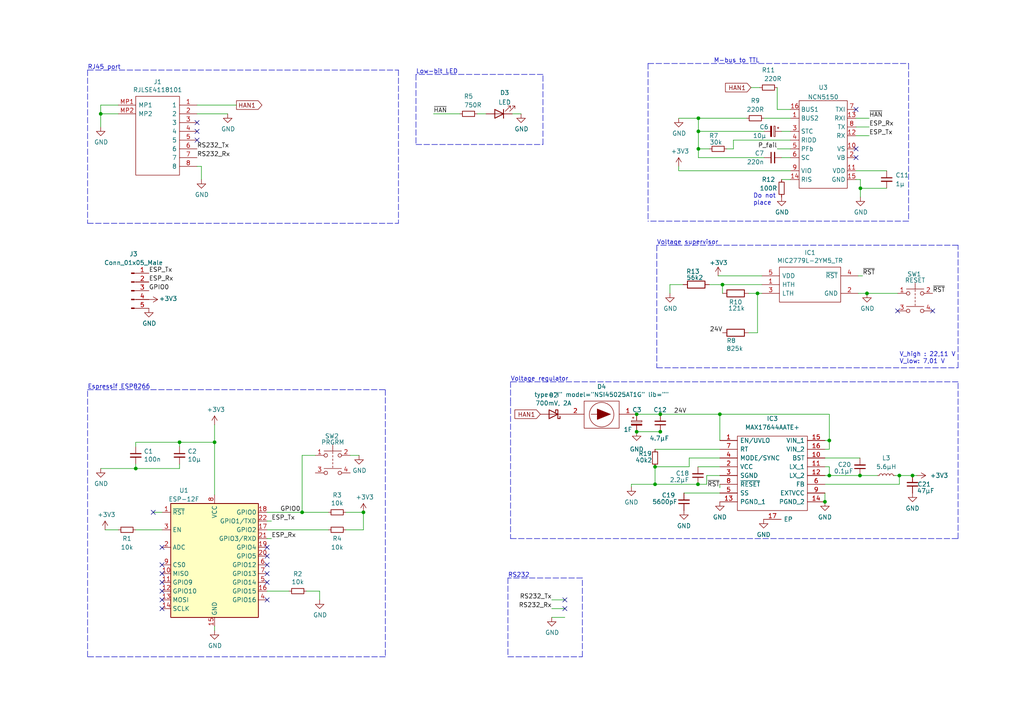
<source format=kicad_sch>
(kicad_sch (version 20211123) (generator eeschema)
  (paper "A4")
  (title_block (title "HAN-to-Wifi-module") (date "2021-10-09") (company "Nicholas Braaten"))
  (lib_symbols
    (symbol "Connector:Conn_01x05_Male" (pin_names (offset 1.016) hide)
      (property "Reference" "J" (at 0 7.62 0))
      (property "Value" "Conn_01x05_Male" (at 0 -7.62 0))
      (symbol "Conn_01x05_Male_1_1"
        (polyline (pts (xy 1.27 -5.08) (xy 0.8636 -5.08)) (stroke (width 0.1524)))
        (polyline (pts (xy 1.27 -2.54) (xy 0.8636 -2.54)) (stroke (width 0.1524)))
        (polyline (pts (xy 1.27 0) (xy 0.8636 0)) (stroke (width 0.1524)))
        (polyline (pts (xy 1.27 2.54) (xy 0.8636 2.54)) (stroke (width 0.1524)))
        (polyline (pts (xy 1.27 5.08) (xy 0.8636 5.08)) (stroke (width 0.1524)))
        (rectangle (start 0.8636 -4.953) (end 0 -5.207) (stroke (width 0.1524)) (fill (type outline)))
        (rectangle (start 0.8636 -2.413) (end 0 -2.667) (stroke (width 0.1524)) (fill (type outline)))
        (rectangle (start 0.8636 0.127) (end 0 -0.127) (stroke (width 0.1524)) (fill (type outline)))
        (rectangle (start 0.8636 2.667) (end 0 2.413) (stroke (width 0.1524)) (fill (type outline)))
        (rectangle (start 0.8636 5.207) (end 0 4.953) (stroke (width 0.1524)) (fill (type outline)))
        (pin passive line (at 5.08 5.08 180) (length 3.81) (name "Pin_1") (number "1"))
        (pin passive line (at 5.08 2.54 180) (length 3.81) (name "Pin_2") (number "2"))
        (pin passive line (at 5.08 0 180) (length 3.81) (name "Pin_3") (number "3"))
        (pin passive line (at 5.08 -2.54 180) (length 3.81) (name "Pin_4") (number "4"))
        (pin passive line (at 5.08 -5.08 180) (length 3.81) (name "Pin_5") (number "5"))
      )
    )
    (symbol "Device:C_Polarized_Small" (pin_numbers hide) (pin_names (offset 0.254) hide)
      (property "Reference" "C" (at 0.254 1.778 0))
      (property "Value" "C_Polarized_Small" (at 0.254 -2.032 0))
      (symbol "C_Polarized_Small_0_1"
        (rectangle (start -1.524 -0.3048) (end 1.524 -0.6858) (fill (type outline)))
        (rectangle (start -1.524 0.6858) (end 1.524 0.3048))
        (polyline (pts (xy -1.27 1.524) (xy -0.762 1.524)))
        (polyline (pts (xy -1.016 1.27) (xy -1.016 1.778)))
      )
      (symbol "C_Polarized_Small_1_1"
        (pin passive line (at 0 2.54 270) (length 1.8542) (name "~") (number "1"))
        (pin passive line (at 0 -2.54 90) (length 1.8542) (name "~") (number "2"))
      )
    )
    (symbol "Device:C_Small" (pin_numbers hide) (pin_names (offset 0.254) hide)
      (property "Reference" "C" (at 0.254 1.778 0))
      (property "Value" "C_Small" (at 0.254 -2.032 0))
      (symbol "C_Small_0_1"
        (polyline (pts (xy -1.524 -0.508) (xy 1.524 -0.508)) (stroke (width 0.3302)))
        (polyline (pts (xy -1.524 0.508) (xy 1.524 0.508)) (stroke (width 0.3048)))
      )
      (symbol "C_Small_1_1"
        (pin passive line (at 0 2.54 270) (length 2.032) (name "~") (number "1"))
        (pin passive line (at 0 -2.54 90) (length 2.032) (name "~") (number "2"))
      )
    )
    (symbol "Device:D_Schottky" (pin_numbers hide) (pin_names (offset 1.016) hide)
      (property "Reference" "D" (at 0 2.54 0))
      (property "Value" "D_Schottky" (at 0 -2.54 0))
      (symbol "D_Schottky_0_1"
        (polyline (pts (xy 1.27 0) (xy -1.27 0)))
        (polyline (pts (xy 1.27 1.27) (xy 1.27 -1.27) (xy -1.27 0) (xy 1.27 1.27)) (stroke (width 0.254)))
        (polyline (pts (xy -1.905 0.635) (xy -1.905 1.27) (xy -1.27 1.27) (xy -1.27 -1.27) (xy -0.635 -1.27) (xy -0.635 -0.635)) (stroke (width 0.254)))
      )
      (symbol "D_Schottky_1_1"
        (pin passive line (at -3.81 0 0) (length 2.54) (name "K") (number "1"))
        (pin passive line (at 3.81 0 180) (length 2.54) (name "A") (number "2"))
      )
    )
    (symbol "Device:LED" (pin_numbers hide) (pin_names (offset 1.016) hide)
      (property "Reference" "D" (at 0 2.54 0))
      (property "Value" "LED" (at 0 -2.54 0))
      (symbol "LED_0_1"
        (polyline (pts (xy -1.27 -1.27) (xy -1.27 1.27)) (stroke (width 0.254)))
        (polyline (pts (xy -1.27 0) (xy 1.27 0)))
        (polyline (pts (xy 1.27 -1.27) (xy 1.27 1.27) (xy -1.27 0) (xy 1.27 -1.27)) (stroke (width 0.254)))
        (polyline (pts (xy -3.048 -0.762) (xy -4.572 -2.286) (xy -3.81 -2.286) (xy -4.572 -2.286) (xy -4.572 -1.524)))
        (polyline (pts (xy -1.778 -0.762) (xy -3.302 -2.286) (xy -2.54 -2.286) (xy -3.302 -2.286) (xy -3.302 -1.524)))
      )
      (symbol "LED_1_1"
        (pin passive line (at -3.81 0 0) (length 2.54) (name "K") (number "1"))
        (pin passive line (at 3.81 0 180) (length 2.54) (name "A") (number "2"))
      )
    )
    (symbol "Device:L_Small" (pin_numbers hide) (pin_names (offset 0.254) hide)
      (property "Reference" "L" (at 0.762 1.016 0))
      (property "Value" "L_Small" (at 0.762 -1.016 0))
      (symbol "L_Small_0_1"
        (arc (start 0 -2.032) (mid 0.508 -1.524) (end 0 -1.016))
        (arc (start 0 -1.016) (mid 0.508 -0.508) (end 0 0))
        (arc (start 0 0) (mid 0.508 0.508) (end 0 1.016))
        (arc (start 0 1.016) (mid 0.508 1.524) (end 0 2.032))
      )
      (symbol "L_Small_1_1"
        (pin passive line (at 0 2.54 270) (length 0.508) (name "~") (number "1"))
        (pin passive line (at 0 -2.54 90) (length 0.508) (name "~") (number "2"))
      )
    )
    (symbol "Device:R" (pin_numbers hide) (pin_names (offset 0))
      (property "Reference" "R" (at 2.032 0 90))
      (property "Value" "R" (at 0 0 90))
      (symbol "R_0_1"
        (rectangle (start -1.016 -2.54) (end 1.016 2.54) (stroke (width 0.254)))
      )
      (symbol "R_1_1"
        (pin passive line (at 0 3.81 270) (length 1.27) (name "~") (number "1"))
        (pin passive line (at 0 -3.81 90) (length 1.27) (name "~") (number "2"))
      )
    )
    (symbol "Device:R_Small" (pin_numbers hide) (pin_names (offset 0.254) hide)
      (property "Reference" "R" (at 0.762 0.508 0))
      (property "Value" "R_Small" (at 0.762 -1.016 0))
      (symbol "R_Small_0_1"
        (rectangle (start -0.762 1.778) (end 0.762 -1.778) (stroke (width 0.2032)))
      )
      (symbol "R_Small_1_1"
        (pin passive line (at 0 2.54 270) (length 0.762) (name "~") (number "1"))
        (pin passive line (at 0 -2.54 90) (length 0.762) (name "~") (number "2"))
      )
    )
    (symbol "MAX17644AATE+:MAX17644AATE+" (pin_names (offset 0.762))
      (property "Reference" "IC3" (at 15.24 12.7 0))
      (property "Value" "MAX17644AATE+" (at 15.24 10.16 0))
      (symbol "MAX17644AATE+_0_0"
        (pin passive line (at 0 6.35 0) (length 5.08) (name "EN/UVLO") (number "1"))
        (pin passive line (at 30.48 1.27 180) (length 5.08) (name "BST") (number "10"))
        (pin passive line (at 30.48 -1.27 180) (length 5.08) (name "LX_1") (number "11"))
        (pin passive line (at 30.48 -3.81 180) (length 5.08) (name "LX_2") (number "12"))
        (pin passive line (at 0 -11.43 0) (length 5.08) (name "PGND_1") (number "13"))
        (pin passive line (at 30.48 -11.43 180) (length 5.08) (name "PGND_2") (number "14"))
        (pin passive line (at 30.48 6.35 180) (length 5.08) (name "VIN_1") (number "15"))
        (pin passive line (at 30.48 3.81 180) (length 5.08) (name "VIN_2") (number "16"))
        (pin passive line (at 12.7 -16.51 0) (length 5.08) (name "EP") (number "17"))
        (pin passive line (at 0 -1.27 0) (length 5.08) (name "VCC") (number "2"))
        (pin passive line (at 0 -3.81 0) (length 5.08) (name "SGND") (number "3"))
        (pin passive line (at 0 1.27 0) (length 5.08) (name "MODE/SYNC") (number "4"))
        (pin passive line (at 0 -8.89 0) (length 5.08) (name "SS") (number "5"))
        (pin passive line (at 30.48 -6.35 180) (length 5.08) (name "FB") (number "6"))
        (pin passive line (at 0 3.81 0) (length 5.08) (name "RT") (number "7"))
        (pin passive line (at 0 -6.35 0) (length 5.08) (name "~{RESET}") (number "8"))
        (pin passive line (at 30.48 -8.89 180) (length 5.08) (name "EXTVCC") (number "9"))
      )
      (symbol "MAX17644AATE+_0_1"
        (polyline (pts (xy 5.08 7.62) (xy 25.4 7.62) (xy 25.4 -13.97) (xy 5.08 -13.97) (xy 5.08 7.62)) (stroke (width 0.1524)))
      )
    )
    (symbol "MIC2779L-1YM5_TR:MIC2779L-2YM5_TR" (pin_names (offset 0.762))
      (property "Reference" "IC" (at 24.13 7.62 0))
      (property "Value" "MIC2779L-2YM5_TR" (at 24.13 5.08 0))
      (symbol "MIC2779L-2YM5_TR_0_0"
        (pin input line (at 0 -2.54 0) (length 5.08) (name "HTH") (number "1"))
        (pin power_in line (at 27.94 -5.08 180) (length 5.08) (name "GND") (number "2"))
        (pin input line (at 0 -5.08 0) (length 5.08) (name "LTH") (number "3"))
        (pin output line (at 27.94 0 180) (length 5.08) (name "~{RST}") (number "4"))
        (pin power_in line (at 0 0 0) (length 5.08) (name "VDD") (number "5"))
      )
      (symbol "MIC2779L-2YM5_TR_0_1"
        (polyline (pts (xy 5.08 2.54) (xy 22.86 2.54) (xy 22.86 -7.62) (xy 5.08 -7.62) (xy 5.08 2.54)) (stroke (width 0.1524)))
      )
    )
    (symbol "NCN5150:NCN5150"
      (property "Reference" "U" (at 0 15.24 0))
      (property "Value" "NCN5150" (at 0 12.7 0))
      (symbol "NCN5150_0_1"
        (rectangle (start -7.62 11.43) (end 6.35 -13.97))
      )
      (symbol "NCN5150_1_1"
        (pin passive line (at -10.16 6.35 0) (length 2.54) (name "BUS2") (number "1"))
        (pin output line (at 8.89 -2.54 180) (length 2.54) (name "VS") (number "10"))
        (pin power_out line (at 8.89 -8.89 180) (length 2.54) (name "VDD") (number "11"))
        (pin input line (at 8.89 1.27 180) (length 2.54) (name "RX") (number "12"))
        (pin input line (at 8.89 6.35 180) (length 2.54) (name "RXI") (number "13"))
        (pin input line (at -10.16 -11.43 0) (length 2.54) (name "RIS") (number "14"))
        (pin passive line (at 8.89 -11.43 180) (length 2.54) (name "GND") (number "15"))
        (pin passive line (at -10.16 8.89 0) (length 2.54) (name "BUS1") (number "16"))
        (pin power_out line (at 8.89 -5.08 180) (length 2.54) (name "VB") (number "2"))
        (pin output line (at -10.16 2.54 0) (length 2.54) (name "STC") (number "3"))
        (pin input line (at -10.16 0 0) (length 2.54) (name "RIDD") (number "4"))
        (pin output line (at -10.16 -2.54 0) (length 2.54) (name "PFb") (number "5"))
        (pin output line (at -10.16 -5.08 0) (length 2.54) (name "SC") (number "6"))
        (pin output line (at 8.89 8.89 180) (length 2.54) (name "TXI") (number "7"))
        (pin output line (at 8.89 3.81 180) (length 2.54) (name "TX") (number "8"))
        (pin input line (at -10.16 -8.89 0) (length 2.54) (name "VIO") (number "9"))
      )
    )
    (symbol "NSI45025AT1G:NSI45025AT1G" (pin_names (offset 0.762))
      (property "Reference" "D" (at -1.524 8.382 0))
      (property "Value" "NSI45025AT1G" (at -6.35 6.35 0))
      (symbol "NSI45025AT1G_0_0"
        (rectangle (start -5.08 4.064) (end 5.08 -3.81))
        (polyline (pts (xy -2.54 0) (xy 3.048 0)))
        (polyline (pts (xy -2.54 0) (xy 1.27 1.524) (xy 1.27 -1.524) (xy -2.54 0)) (fill (type outline)))
        (circle (center 0 0.127) (radius 3.556))
        (pin passive line (at -10.16 0 0) (length 5.08) (name "~") (number "1"))
        (pin passive line (at 10.16 0 180) (length 5.08) (name "~") (number "2"))
      )
    )
    (symbol "RF_Module:ESP-12F"
      (property "Reference" "U" (at -12.7 19.05 0))
      (property "Value" "ESP-12F" (at 12.7 19.05 0))
      (symbol "ESP-12F_0_1"
        (rectangle (start -12.7 17.78) (end 12.7 -15.24) (stroke (width 0.254)) (fill (type background)))
      )
      (symbol "ESP-12F_1_1"
        (pin input line (at -15.24 15.24 0) (length 2.54) (name "~{RST}") (number "1"))
        (pin bidirectional line (at -15.24 -2.54 0) (length 2.54) (name "MISO") (number "10"))
        (pin bidirectional line (at -15.24 -5.08 0) (length 2.54) (name "GPIO9") (number "11"))
        (pin bidirectional line (at -15.24 -7.62 0) (length 2.54) (name "GPIO10") (number "12"))
        (pin bidirectional line (at -15.24 -10.16 0) (length 2.54) (name "MOSI") (number "13"))
        (pin bidirectional line (at -15.24 -12.7 0) (length 2.54) (name "SCLK") (number "14"))
        (pin power_in line (at 0 -17.78 90) (length 2.54) (name "GND") (number "15"))
        (pin bidirectional line (at 15.24 -7.62 180) (length 2.54) (name "GPIO15") (number "16"))
        (pin bidirectional line (at 15.24 10.16 180) (length 2.54) (name "GPIO2") (number "17"))
        (pin bidirectional line (at 15.24 15.24 180) (length 2.54) (name "GPIO0") (number "18"))
        (pin bidirectional line (at 15.24 5.08 180) (length 2.54) (name "GPIO4") (number "19"))
        (pin input line (at -15.24 5.08 0) (length 2.54) (name "ADC") (number "2"))
        (pin bidirectional line (at 15.24 2.54 180) (length 2.54) (name "GPIO5") (number "20"))
        (pin bidirectional line (at 15.24 7.62 180) (length 2.54) (name "GPIO3/RXD") (number "21"))
        (pin bidirectional line (at 15.24 12.7 180) (length 2.54) (name "GPIO1/TXD") (number "22"))
        (pin input line (at -15.24 10.16 0) (length 2.54) (name "EN") (number "3"))
        (pin bidirectional line (at 15.24 -10.16 180) (length 2.54) (name "GPIO16") (number "4"))
        (pin bidirectional line (at 15.24 -5.08 180) (length 2.54) (name "GPIO14") (number "5"))
        (pin bidirectional line (at 15.24 0 180) (length 2.54) (name "GPIO12") (number "6"))
        (pin bidirectional line (at 15.24 -2.54 180) (length 2.54) (name "GPIO13") (number "7"))
        (pin power_in line (at 0 20.32 270) (length 2.54) (name "VCC") (number "8"))
        (pin input line (at -15.24 0 0) (length 2.54) (name "CS0") (number "9"))
      )
    )
    (symbol "RJLSE4118101:RJLSE4118101" (pin_names (offset 0.762))
      (property "Reference" "J" (at 19.05 7.62 0))
      (property "Value" "RJLSE4118101" (at 19.05 5.08 0))
      (symbol "RJLSE4118101_0_0"
        (pin passive line (at 22.86 0 180) (length 5.08) (name "1") (number "1"))
        (pin passive line (at 22.86 -2.54 180) (length 5.08) (name "2") (number "2"))
        (pin passive line (at 22.86 -5.08 180) (length 5.08) (name "3") (number "3"))
        (pin passive line (at 22.86 -7.62 180) (length 5.08) (name "4") (number "4"))
        (pin passive line (at 22.86 -10.16 180) (length 5.08) (name "5") (number "5"))
        (pin passive line (at 22.86 -12.7 180) (length 5.08) (name "6") (number "6"))
        (pin passive line (at 22.86 -15.24 180) (length 5.08) (name "7") (number "7"))
        (pin passive line (at 22.86 -17.78 180) (length 5.08) (name "8") (number "8"))
        (pin passive line (at 0 0 0) (length 5.08) (name "MP1") (number "MP1"))
        (pin passive line (at 0 -2.54 0) (length 5.08) (name "MP2") (number "MP2"))
      )
      (symbol "RJLSE4118101_0_1"
        (polyline (pts (xy 5.08 2.54) (xy 17.78 2.54) (xy 17.78 -20.32) (xy 5.08 -20.32) (xy 5.08 2.54)) (stroke (width 0.1524)))
      )
    )
    (symbol "Switch:SW_Push_Dual" (pin_names (offset 1.016) hide)
      (property "Reference" "SW" (at 1.27 2.54 0))
      (property "Value" "SW_Push_Dual" (at 0 -6.858 0))
      (symbol "SW_Push_Dual_0_1"
        (circle (center -2.032 -5.08) (radius 0.508))
        (circle (center -2.032 0) (radius 0.508))
        (polyline (pts (xy 0 -3.048) (xy 0 -3.556)))
        (polyline (pts (xy 0 -2.032) (xy 0 -2.54)))
        (polyline (pts (xy 0 -1.524) (xy 0 -1.016)))
        (polyline (pts (xy 0 -0.508) (xy 0 0)))
        (polyline (pts (xy 0 0.508) (xy 0 1.016)))
        (polyline (pts (xy 0 1.27) (xy 0 3.048)))
        (polyline (pts (xy 2.54 -3.81) (xy -2.54 -3.81)))
        (polyline (pts (xy 2.54 1.27) (xy -2.54 1.27)))
        (circle (center 2.032 -5.08) (radius 0.508))
        (circle (center 2.032 0) (radius 0.508))
        (pin passive line (at -5.08 0 0) (length 2.54) (name "1") (number "1"))
        (pin passive line (at 5.08 0 180) (length 2.54) (name "2") (number "2"))
        (pin passive line (at -5.08 -5.08 0) (length 2.54) (name "3") (number "3"))
        (pin passive line (at 5.08 -5.08 180) (length 2.54) (name "4") (number "4"))
      )
    )
    (symbol "power:+3V3" (power) (pin_names (offset 0))
      (property "Value" "+3V3" (at 0 3.556 0))
      (symbol "+3V3_0_1"
        (polyline (pts (xy -0.762 1.27) (xy 0 2.54)))
        (polyline (pts (xy 0 0) (xy 0 2.54)))
        (polyline (pts (xy 0 2.54) (xy 0.762 1.27)))
      )
      (symbol "+3V3_1_1"
        (pin power_in line (at 0 0 90) (length 0) hide (name "+3V3") (number "1"))
      )
    )
    (symbol "power:GND" (power) (pin_names (offset 0))
      (property "Value" "GND" (at 0 -3.81 0))
      (symbol "GND_0_1"
        (polyline (pts (xy 0 0) (xy 0 -1.27) (xy 1.27 -1.27) (xy 0 -2.54) (xy -1.27 -1.27) (xy 0 -1.27)))
      )
      (symbol "GND_1_1"
        (pin power_in line (at 0 0 270) (length 0) hide (name "GND") (number "1"))
      )
    )
  )
  (junction (at 189.992 135.382))
  (junction (at 240.538 137.922))
  (junction (at 240.538 127.762))
  (junction (at 87.63 148.59))
  (junction (at 184.658 125.222))
  (junction (at 249.555 54.61))
  (junction (at 202.565 43.18))
  (junction (at 105.41 148.59))
  (junction (at 251.46 85.09))
  (junction (at 62.23 128.27))
  (junction (at 52.07 128.27))
  (junction (at 209.55 82.55))
  (junction (at 264.668 137.922))
  (junction (at 29.21 33.02))
  (junction (at 189.992 140.462))
  (junction (at 184.658 120.142))
  (junction (at 239.268 145.542))
  (junction (at 219.71 85.09))
  (junction (at 191.516 120.142))
  (junction (at 249.428 137.922))
  (junction (at 191.516 125.222))
  (junction (at 208.788 120.142))
  (junction (at 202.565 34.29))
  (junction (at 260.858 137.922))
  (junction (at 202.438 140.462))
  (junction (at 202.565 38.1))
  (junction (at 39.37 135.89))
  (no_connect (at 163.83 173.99))
  (no_connect (at 77.47 158.75))
  (no_connect (at 57.15 35.56))
  (no_connect (at 163.83 176.53))
  (no_connect (at 260.35 90.17))
  (no_connect (at 77.47 161.29))
  (no_connect (at 248.285 45.72))
  (no_connect (at 57.15 40.64))
  (no_connect (at 46.99 166.37))
  (no_connect (at 46.99 171.45))
  (no_connect (at 46.99 168.91))
  (no_connect (at 77.47 173.99))
  (no_connect (at 46.99 176.53))
  (no_connect (at 77.47 168.91))
  (no_connect (at 248.285 43.18))
  (no_connect (at 270.51 90.17))
  (no_connect (at 44.45 148.59))
  (no_connect (at 46.99 173.99))
  (no_connect (at 46.99 158.75))
  (no_connect (at 57.15 38.1))
  (no_connect (at 248.285 31.75))
  (no_connect (at 46.99 163.83))
  (no_connect (at 77.47 163.83))
  (no_connect (at 77.47 166.37))
  (wire (pts (xy 92.71 171.45) (xy 92.71 173.99)))
  (wire (pts (xy 239.268 137.922) (xy 240.538 137.922)))
  (wire (pts (xy 39.37 135.89) (xy 52.07 135.89)))
  (wire (pts (xy 88.9 171.45) (xy 92.71 171.45)))
  (wire (pts (xy 39.37 129.54) (xy 39.37 128.27)))
  (wire (pts (xy 34.29 33.02) (xy 29.21 33.02)))
  (polyline (pts (xy 25.4 113.03) (xy 111.76 113.03)))
  (wire (pts (xy 248.285 34.29) (xy 252.095 34.29)))
  (wire (pts (xy 204.978 137.922) (xy 204.978 140.462)))
  (polyline (pts (xy 111.76 190.5) (xy 25.4 190.5)))
  (wire (pts (xy 208.788 127.762) (xy 208.788 120.142)))
  (wire (pts (xy 196.85 49.53) (xy 229.235 49.53)))
  (wire (pts (xy 91.44 132.08) (xy 87.63 132.08)))
  (wire (pts (xy 34.29 30.48) (xy 29.21 30.48)))
  (wire (pts (xy 248.285 52.07) (xy 249.555 52.07)))
  (wire (pts (xy 62.23 181.61) (xy 62.23 182.88)))
  (wire (pts (xy 189.992 140.462) (xy 189.992 135.382)))
  (wire (pts (xy 210.82 43.18) (xy 212.725 43.18)))
  (wire (pts (xy 209.55 82.55) (xy 209.55 85.09)))
  (wire (pts (xy 240.538 130.302) (xy 239.268 130.302)))
  (wire (pts (xy 208.28 80.01) (xy 220.98 80.01)))
  (wire (pts (xy 46.99 153.67) (xy 39.37 153.67)))
  (wire (pts (xy 52.07 134.62) (xy 52.07 135.89)))
  (wire (pts (xy 204.978 140.462) (xy 202.438 140.462)))
  (wire (pts (xy 78.74 156.21) (xy 77.47 156.21)))
  (polyline (pts (xy 25.4 190.5) (xy 25.4 113.03)))
  (wire (pts (xy 194.31 82.55) (xy 194.31 85.09)))
  (wire (pts (xy 221.615 45.72) (xy 202.565 45.72)))
  (wire (pts (xy 39.37 134.62) (xy 39.37 135.89)))
  (wire (pts (xy 219.71 85.09) (xy 220.98 85.09)))
  (wire (pts (xy 240.538 135.382) (xy 240.538 137.922)))
  (wire (pts (xy 62.23 123.19) (xy 62.23 128.27)))
  (wire (pts (xy 240.538 127.762) (xy 239.268 127.762)))
  (polyline (pts (xy 277.876 110.744) (xy 148.082 110.744)))
  (polyline (pts (xy 120.65 21.59) (xy 120.65 41.91)))
  (wire (pts (xy 160.02 179.07) (xy 163.83 179.07)))
  (wire (pts (xy 52.07 128.27) (xy 39.37 128.27)))
  (wire (pts (xy 208.788 132.842) (xy 199.898 132.842)))
  (polyline (pts (xy 157.48 21.59) (xy 120.65 21.59)))
  (polyline (pts (xy 277.876 156.21) (xy 277.876 110.744)))
  (wire (pts (xy 66.04 33.02) (xy 57.15 33.02)))
  (wire (pts (xy 240.538 120.142) (xy 240.538 127.762)))
  (wire (pts (xy 212.725 40.64) (xy 229.235 40.64)))
  (wire (pts (xy 100.33 153.67) (xy 105.41 153.67)))
  (polyline (pts (xy 25.4 64.77) (xy 115.57 64.77)))
  (polyline (pts (xy 148.082 156.21) (xy 277.876 156.21)))
  (wire (pts (xy 77.47 171.45) (xy 83.82 171.45)))
  (wire (pts (xy 160.02 173.99) (xy 163.83 173.99)))
  (wire (pts (xy 87.63 132.08) (xy 87.63 148.59)))
  (polyline (pts (xy 147.32 167.64) (xy 147.32 190.5)))
  (wire (pts (xy 260.858 137.922) (xy 264.668 137.922)))
  (polyline (pts (xy 263.525 64.135) (xy 187.96 64.135)))
  (polyline (pts (xy 263.525 18.415) (xy 263.525 64.135)))
  (wire (pts (xy 202.565 43.18) (xy 205.74 43.18)))
  (wire (pts (xy 259.588 137.922) (xy 260.858 137.922)))
  (wire (pts (xy 225.425 43.18) (xy 229.235 43.18)))
  (polyline (pts (xy 190.5 71.12) (xy 190.5 106.68)))
  (wire (pts (xy 225.425 25.4) (xy 225.425 31.75)))
  (wire (pts (xy 249.555 54.61) (xy 249.555 57.15)))
  (polyline (pts (xy 277.876 71.12) (xy 190.5 71.12)))
  (wire (pts (xy 212.725 43.18) (xy 212.725 40.64)))
  (wire (pts (xy 196.85 49.53) (xy 196.85 48.26)))
  (wire (pts (xy 217.17 96.52) (xy 219.71 96.52)))
  (wire (pts (xy 257.175 54.61) (xy 249.555 54.61)))
  (wire (pts (xy 208.788 120.142) (xy 240.538 120.142)))
  (wire (pts (xy 58.42 48.26) (xy 58.42 52.07)))
  (wire (pts (xy 196.85 34.29) (xy 202.565 34.29)))
  (wire (pts (xy 57.15 48.26) (xy 58.42 48.26)))
  (wire (pts (xy 77.47 148.59) (xy 87.63 148.59)))
  (polyline (pts (xy 148.082 110.744) (xy 148.082 116.078)))
  (wire (pts (xy 208.788 141.478) (xy 208.788 140.462)))
  (wire (pts (xy 202.565 38.1) (xy 202.565 34.29)))
  (wire (pts (xy 251.46 85.09) (xy 260.35 85.09)))
  (wire (pts (xy 183.134 140.462) (xy 183.134 141.224)))
  (wire (pts (xy 160.02 176.53) (xy 163.83 176.53)))
  (wire (pts (xy 105.41 153.67) (xy 105.41 148.59)))
  (wire (pts (xy 251.46 85.09) (xy 248.92 85.09)))
  (wire (pts (xy 191.516 125.222) (xy 191.643 125.222)))
  (wire (pts (xy 101.6 132.08) (xy 104.14 132.08)))
  (polyline (pts (xy 168.91 190.5) (xy 168.91 167.64)))
  (wire (pts (xy 239.268 143.002) (xy 239.268 145.542)))
  (wire (pts (xy 226.695 45.72) (xy 229.235 45.72)))
  (wire (pts (xy 202.438 140.462) (xy 189.992 140.462)))
  (wire (pts (xy 202.565 45.72) (xy 202.565 43.18)))
  (polyline (pts (xy 148.082 116.078) (xy 148.082 156.21)))
  (wire (pts (xy 52.07 129.54) (xy 52.07 128.27)))
  (wire (pts (xy 198.374 143.002) (xy 208.788 143.002)))
  (wire (pts (xy 191.516 120.142) (xy 208.788 120.142)))
  (wire (pts (xy 240.538 137.922) (xy 249.428 137.922)))
  (polyline (pts (xy 168.91 167.64) (xy 147.32 167.64)))
  (wire (pts (xy 239.268 135.382) (xy 240.538 135.382)))
  (polyline (pts (xy 25.4 20.32) (xy 25.4 64.77)))
  (wire (pts (xy 46.99 148.59) (xy 44.45 148.59)))
  (polyline (pts (xy 111.76 113.03) (xy 111.76 190.5)))
  (wire (pts (xy 184.658 120.142) (xy 191.516 120.142)))
  (wire (pts (xy 217.805 25.4) (xy 220.345 25.4)))
  (wire (pts (xy 189.992 135.382) (xy 199.898 135.382)))
  (wire (pts (xy 52.07 128.27) (xy 62.23 128.27)))
  (wire (pts (xy 240.538 127.762) (xy 240.538 130.302)))
  (wire (pts (xy 248.285 49.53) (xy 257.175 49.53)))
  (wire (pts (xy 226.695 52.07) (xy 229.235 52.07)))
  (polyline (pts (xy 157.48 41.91) (xy 157.48 21.59)))
  (wire (pts (xy 100.33 148.59) (xy 105.41 148.59)))
  (wire (pts (xy 249.555 52.07) (xy 249.555 54.61)))
  (polyline (pts (xy 147.32 190.5) (xy 168.91 190.5)))
  (wire (pts (xy 239.268 132.842) (xy 249.428 132.842)))
  (wire (pts (xy 77.47 153.67) (xy 95.25 153.67)))
  (wire (pts (xy 62.23 128.27) (xy 62.23 143.51)))
  (wire (pts (xy 125.73 33.02) (xy 133.35 33.02)))
  (wire (pts (xy 217.17 85.09) (xy 219.71 85.09)))
  (wire (pts (xy 29.21 33.02) (xy 29.21 36.83)))
  (wire (pts (xy 226.695 38.1) (xy 229.235 38.1)))
  (wire (pts (xy 184.658 125.222) (xy 191.516 125.222)))
  (wire (pts (xy 205.74 82.55) (xy 209.55 82.55)))
  (wire (pts (xy 248.92 80.01) (xy 250.19 80.01)))
  (wire (pts (xy 138.43 33.02) (xy 140.97 33.02)))
  (wire (pts (xy 87.63 148.59) (xy 95.25 148.59)))
  (wire (pts (xy 29.21 30.48) (xy 29.21 33.02)))
  (wire (pts (xy 260.858 140.462) (xy 260.858 137.922)))
  (wire (pts (xy 249.428 137.922) (xy 254.508 137.922)))
  (wire (pts (xy 208.788 137.922) (xy 204.978 137.922)))
  (polyline (pts (xy 25.4 20.32) (xy 115.57 20.32)))
  (polyline (pts (xy 190.5 106.68) (xy 277.876 106.68)))
  (wire (pts (xy 77.47 151.13) (xy 78.74 151.13)))
  (wire (pts (xy 189.992 140.462) (xy 183.134 140.462)))
  (wire (pts (xy 39.37 135.89) (xy 29.21 135.89)))
  (wire (pts (xy 194.31 82.55) (xy 198.12 82.55)))
  (polyline (pts (xy 277.876 106.68) (xy 277.876 71.12)))
  (wire (pts (xy 202.565 38.1) (xy 221.615 38.1)))
  (wire (pts (xy 148.59 33.02) (xy 151.13 33.02)))
  (wire (pts (xy 220.98 82.55) (xy 209.55 82.55)))
  (wire (pts (xy 202.565 43.18) (xy 202.565 38.1)))
  (wire (pts (xy 264.668 137.922) (xy 265.938 137.922)))
  (wire (pts (xy 225.425 31.75) (xy 229.235 31.75)))
  (wire (pts (xy 57.15 30.48) (xy 68.58 30.48)))
  (wire (pts (xy 202.565 34.29) (xy 216.535 34.29)))
  (wire (pts (xy 199.898 132.842) (xy 199.898 135.382)))
  (wire (pts (xy 189.992 130.302) (xy 208.788 130.302)))
  (polyline (pts (xy 120.65 41.91) (xy 157.48 41.91)))
  (wire (pts (xy 239.268 140.462) (xy 260.858 140.462)))
  (wire (pts (xy 221.615 34.29) (xy 229.235 34.29)))
  (polyline (pts (xy 187.96 18.415) (xy 263.525 18.415)))
  (polyline (pts (xy 187.96 18.415) (xy 187.96 64.135)))
  (wire (pts (xy 202.438 135.382) (xy 208.788 135.382)))
  (wire (pts (xy 248.285 39.37) (xy 252.095 39.37)))
  (wire (pts (xy 34.29 153.67) (xy 30.48 153.67)))
  (wire (pts (xy 219.71 85.09) (xy 219.71 96.52)))
  (wire (pts (xy 248.285 36.83) (xy 252.095 36.83)))
  (polyline (pts (xy 115.57 20.32) (xy 115.57 64.77)))
  (text "Espressif ESP8266" (at 25.4 113.03 0) (effects (font (size 1.27 1.27)) (justify left bottom)))
  (text "M-bus to TTL" (at 207.01 18.415 0) (effects (font (size 1.27 1.27)) (justify left bottom)))
  (text "Voltage regulator" (at 148.082 110.744 0) (effects (font (size 1.27 1.27)) (justify left bottom)))
  (text "Do not\nplace" (at 218.44 59.69 0) (effects (font (size 1.27 1.27)) (justify left bottom)))
  (text "Voltage supervisor" (at 190.5 71.12 0) (effects (font (size 1.27 1.27)) (justify left bottom)))
  (text "RJ45 port" (at 25.4 20.32 0) (effects (font (size 1.27 1.27)) (justify left bottom)))
  (text "Low-bit LED" (at 120.65 21.59 0) (effects (font (size 1.27 1.27)) (justify left bottom)))
  (text "V_high : 22,11 V\nV_low: 7,01 V" (at 260.858 105.664 0) (effects (font (size 1.27 1.27)) (justify left bottom)))
  (text "RS232" (at 147.32 167.64 0) (effects (font (size 1.27 1.27)) (justify left bottom)))
  (label "RS232_Tx" (at 160.02 173.99 180))
  (label "~{HAN}" (at 125.73 33.02 0))
  (label "RS232_Rx" (at 57.15 45.72 0))
  (label "~{HAN}" (at 252.095 34.29 0))
  (label "ESP_Tx" (at 252.095 39.37 0))
  (label "~{RST}" (at 250.19 80.01 0))
  (label "GPIO0" (at 81.28 148.59 0))
  (label "ESP_Tx" (at 78.74 151.13 0))
  (label "ESP_Rx" (at 78.74 156.21 0))
  (label "ESP_Rx" (at 252.095 36.83 0))
  (label "~{RST}" (at 270.51 85.09 0))
  (label "RS232_Rx" (at 160.02 176.53 180))
  (label "RS232_Tx" (at 57.15 43.18 0))
  (label "GPIO0" (at 43.18 84.328 0))
  (label "ESP_Rx" (at 43.18 81.788 0))
  (label "ESP_Tx" (at 43.18 79.248 0))
  (label "24V" (at 199.136 120.142 180))
  (label "P_fail" (at 225.425 43.18 180))
  (label "24V" (at 209.55 96.52 180))
  (label "~{RST}" (at 208.788 141.478 180))
  (global_label "HAN1" (shape output) (at 68.58 30.48 0) (property "Intersheet References" "${INTERSHEET_REFS}" (effects hide)))
  (global_label "HAN1" (shape input) (at 217.805 25.4 180) (property "Intersheet References" "${INTERSHEET_REFS}" (effects hide)))
  (global_label "HAN1" (shape input) (at 156.718 120.142 180) (property "Intersheet References" "${INTERSHEET_REFS}" (effects hide)))
  (symbol (lib_id "RF_Module:ESP-12F") (at 62.23 163.83 0) (unit 1)
    (property "Reference" "U1" (at 53.34 142.24 0))
    (property "Value" "ESP-12F" (at 53.34 144.78 0))
    (property "Footprint" "RF_Module:ESP-12E" (effects hide))
    (property "Datasheet" "http://wiki.ai-thinker.com/_media/esp8266/esp8266_series_modules_user_manual_v1.1.pdf" (effects hide))
  )
  (symbol (lib_id "Device:D_Schottky") (at 160.528 120.142 180) (unit 1)
    (property "Reference" "D2" (at 160.528 114.6302 0))
    (property "Value" "700mV, 2A" (at 160.528 116.9416 0))
    (property "Footprint" "Diode_SMD:D_SMA" (effects hide))
  )
  (symbol (lib_id "Device:C_Polarized_Small") (at 184.658 122.682 0) (unit 1)
    (property "Reference" "C3" (at 183.388 118.872 0) (effects (justify left)))
    (property "Value" "1F" (at 180.848 124.587 0) (effects (justify left)))
    (property "Footprint" "MAL202117102E3:MAL202117102E3" (effects hide))
  )
  (symbol (lib_id "NSI45025AT1G:NSI45025AT1G") (at 174.498 120.142 180) (unit 1)
    (property "Reference" "D4" (at 174.498 112.141 0))
    (property "Value" "NSI45025AT1G" (at 174.498 114.4524 0))
    (property "Footprint" "NSI45025AT1G:NSI45025AT1G" (effects hide))
    (property "Datasheet" "http://www.onsemi.com/pub/Collateral/NSI45025A-D.PDF" (effects hide))
    (property "Description" "Constant Current Regulator " (effects hide))
    (property "Height" "1.35" (effects hide))
    (property "Manufacturer_Name" "ON Semiconductor" (effects hide))
    (property "Manufacturer_Part_Number" "NSI45025AT1G" (effects hide))
    (property "Mouser Part Number" "863-NSI45025AT1G" (effects hide))
    (property "Mouser Price/Stock" "https://www.mouser.co.uk/ProductDetail/ON-Semiconductor/NSI45025AT1G/?qs=lYuAOLy5nvbSAhXoRwekbg%3D%3D" (effects hide))
    (property "Arrow Part Number" "NSI45025AT1G" (effects hide))
    (property "Arrow Price/Stock" "https://www.arrow.com/en/products/nsi45025at1g/on-semiconductor" (effects hide))
    (property "Spice_Primitive" "I" (effects hide))
    (property "Spice_Netlist_Enabled" "Y" (effects hide))
  )
  (symbol (lib_id "power:GND") (at 62.23 182.88 0) (unit 1)
    (property "Reference" "#PWR07" (effects hide))
    (property "Value" "GND" (at 62.357 187.2742 0))
  )
  (symbol (lib_id "MIC2779L-1YM5_TR:MIC2779L-2YM5_TR") (at 220.98 80.01 0) (unit 1)
    (property "Reference" "IC1" (at 234.95 73.279 0))
    (property "Value" "MIC2779L-2YM5_TR" (at 234.95 75.5904 0))
    (property "Footprint" "MIC2779L:SOT95P280X145-5N" (effects hide))
    (property "Datasheet" "https://ww1.microchip.com/downloads/en/DeviceDoc/MIC2779-Voltage-Monitor-with-Adjustable-Hysteresis-DS20006116A.pdf" (effects hide))
    (property "Description" "Voltage Monitor 5-Pin SOT-23 T/R" (effects hide))
    (property "Height" "1.45" (effects hide))
    (property "Manufacturer_Name" "Microchip" (effects hide))
    (property "Manufacturer_Part_Number" "MIC2779L-2YM5 TR" (effects hide))
    (property "Arrow Part Number" "MIC2779L-2YM5 TR" (effects hide))
    (property "Arrow Price/Stock" "https://www.arrow.com/en/products/mic2779l-1ym5-tr/microchip-technology" (effects hide))
  )
  (symbol (lib_id "power:GND") (at 251.46 85.09 0) (unit 1)
    (property "Reference" "#PWR026" (effects hide))
    (property "Value" "GND" (at 251.587 89.4842 0))
  )
  (symbol (lib_id "Device:R") (at 213.36 85.09 270) (unit 1)
    (property "Reference" "R10" (at 213.36 87.63 90))
    (property "Value" "121k" (at 213.614 89.408 90))
    (property "Footprint" "Resistor_SMD:R_0603_1608Metric" (effects hide))
  )
  (symbol (lib_id "Device:R") (at 213.36 96.52 90) (unit 1)
    (property "Reference" "R8" (at 212.09 98.806 90))
    (property "Value" "825k" (at 213.106 101.092 90))
    (property "Footprint" "Resistor_SMD:R_0603_1608Metric" (effects hide))
  )
  (symbol (lib_id "Device:R") (at 201.93 82.55 270) (unit 1)
    (property "Reference" "R13" (at 202.946 78.74 90) (effects (justify right)))
    (property "Value" "56k2" (at 203.962 80.518 90) (effects (justify right)))
    (property "Footprint" "Resistor_SMD:R_0603_1608Metric" (effects hide))
  )
  (symbol (lib_id "power:GND") (at 194.31 85.09 0) (unit 1)
    (property "Reference" "#PWR023" (effects hide))
    (property "Value" "GND" (at 194.437 89.4842 0))
  )
  (symbol (lib_id "power:+3V3") (at 208.28 80.01 0) (unit 1)
    (property "Reference" "#PWR021" (effects hide))
    (property "Value" "+3V3" (at 205.74 76.2 0) (effects (justify left)))
  )
  (symbol (lib_id "power:+3V3") (at 62.23 123.19 0) (unit 1)
    (property "Reference" "#PWR06" (effects hide))
    (property "Value" "+3V3" (at 62.611 118.7958 0))
  )
  (symbol (lib_id "RJLSE4118101:RJLSE4118101") (at 34.29 30.48 0) (unit 1)
    (property "Reference" "J1" (at 45.72 23.749 0))
    (property "Value" "RJLSE4118101" (at 45.72 26.0604 0))
    (property "Footprint" "RJLSE4118101:RJLSE4118101" (effects hide))
    (property "Datasheet" "http://www.amphenol-icc.com/media/wysiwyg/files/drawing/rjlse4x1xx01.pdf" (effects hide))
    (property "Description" "Modular Connectors / Ethernet Connectors 8P8C SMT Shielded 1 Port" (effects hide))
    (property "Height" "12.32" (effects hide))
    (property "Manufacturer_Name" "Amphenol" (effects hide))
    (property "Manufacturer_Part_Number" "RJLSE4118101" (effects hide))
    (property "Mouser Part Number" "523-RJLSE4118101" (effects hide))
    (property "Mouser Price/Stock" "https://www.mouser.co.uk/ProductDetail/Amphenol-Commercial-Products/RJLSE4118101?qs=ghqBkJb31dm3b7Lq2U4GRg%3D%3D" (effects hide))
  )
  (symbol (lib_id "power:GND") (at 29.21 36.83 0) (unit 1)
    (property "Reference" "#PWR01" (effects hide))
    (property "Value" "GND" (at 29.337 41.2242 0))
  )
  (symbol (lib_id "power:GND") (at 66.04 33.02 0) (unit 1)
    (property "Reference" "#PWR08" (effects hide))
    (property "Value" "GND" (at 66.167 37.4142 0))
  )
  (symbol (lib_id "Device:C_Small") (at 39.37 132.08 0) (unit 1)
    (property "Reference" "C1" (at 41.7068 130.9116 0) (effects (justify left)))
    (property "Value" "100n" (at 41.7068 133.223 0) (effects (justify left)))
    (property "Footprint" "Capacitor_SMD:C_0603_1608Metric" (effects hide))
  )
  (symbol (lib_id "Device:C_Small") (at 52.07 132.08 0) (unit 1)
    (property "Reference" "C2" (at 54.4068 130.9116 0) (effects (justify left)))
    (property "Value" "10µ" (at 54.4068 133.223 0) (effects (justify left)))
    (property "Footprint" "Capacitor_SMD:C_0603_1608Metric" (effects hide))
  )
  (symbol (lib_id "power:GND") (at 29.21 135.89 0) (unit 1)
    (property "Reference" "#PWR02" (effects hide))
    (property "Value" "GND" (at 29.337 140.2842 0))
  )
  (symbol (lib_id "Device:R_Small") (at 97.79 148.59 270) (unit 1)
    (property "Reference" "R3" (at 97.79 143.6116 90))
    (property "Value" "10k" (at 97.79 145.923 90))
    (property "Footprint" "Resistor_SMD:R_0603_1608Metric" (effects hide))
  )
  (symbol (lib_id "Device:R_Small") (at 97.79 153.67 270) (unit 1)
    (property "Reference" "R4" (at 97.79 156.21 90))
    (property "Value" "10k" (at 97.79 158.75 90))
    (property "Footprint" "Resistor_SMD:R_0603_1608Metric" (effects hide))
  )
  (symbol (lib_id "Device:R_Small") (at 86.36 171.45 270) (unit 1)
    (property "Reference" "R2" (at 86.36 166.4716 90))
    (property "Value" "10k" (at 86.36 168.783 90))
    (property "Footprint" "Resistor_SMD:R_0603_1608Metric" (effects hide))
  )
  (symbol (lib_id "power:GND") (at 92.71 173.99 0) (unit 1)
    (property "Reference" "#PWR010" (effects hide))
    (property "Value" "GND" (at 92.837 178.3842 0))
  )
  (symbol (lib_id "power:+3V3") (at 105.41 148.59 0) (unit 1)
    (property "Reference" "#PWR011" (effects hide))
    (property "Value" "+3V3" (at 105.791 144.1958 0))
  )
  (symbol (lib_id "Device:R_Small") (at 36.83 153.67 270) (unit 1)
    (property "Reference" "R1" (at 36.83 156.21 90))
    (property "Value" "10k" (at 36.83 158.75 90))
    (property "Footprint" "Resistor_SMD:R_0603_1608Metric" (effects hide))
  )
  (symbol (lib_id "power:+3V3") (at 30.48 153.67 0) (unit 1)
    (property "Reference" "#PWR03" (effects hide))
    (property "Value" "+3V3" (at 30.861 149.2758 0))
  )
  (symbol (lib_id "Switch:SW_Push_Dual") (at 265.43 85.09 0) (unit 1)
    (property "Reference" "SW1" (at 265.176 79.502 0))
    (property "Value" "RESET" (at 265.43 81.28 0))
    (property "Footprint" "Button_Switch_SMD:SW_SPST_EVQP2" (effects hide))
  )
  (symbol (lib_id "power:GND") (at 58.42 52.07 0) (unit 1)
    (property "Reference" "#PWR05" (effects hide))
    (property "Value" "GND" (at 58.547 56.4642 0))
  )
  (symbol (lib_id "power:GND") (at 160.02 179.07 0) (unit 1)
    (property "Reference" "#PWR015" (effects hide))
    (property "Value" "GND" (at 160.147 183.4642 0))
  )
  (symbol (lib_id "Device:C_Small") (at 202.438 137.922 0) (mirror x) (unit 1)
    (property "Reference" "C18" (at 199.898 137.287 0) (effects (justify right)))
    (property "Value" "2.2µF" (at 199.898 139.192 0) (effects (justify right)))
    (property "Footprint" "Capacitor_SMD:C_0603_1608Metric" (effects hide))
  )
  (symbol (lib_id "Device:C_Small") (at 257.175 52.07 0) (unit 1)
    (property "Reference" "C11" (at 259.715 50.8 0) (effects (justify left)))
    (property "Value" "1µ" (at 259.715 53.34 0) (effects (justify left)))
    (property "Footprint" "Capacitor_SMD:C_0805_2012Metric" (effects hide))
  )
  (symbol (lib_id "power:+3V3") (at 265.938 137.922 270) (unit 1)
    (property "Reference" "#PWR0103" (effects hide))
    (property "Value" "+3V3" (at 269.748 137.9219 90) (effects (justify left)))
  )
  (symbol (lib_id "Device:C_Small") (at 224.155 45.72 90) (unit 1)
    (property "Reference" "C7" (at 221.615 44.45 90) (effects (justify left)))
    (property "Value" "220n" (at 221.615 46.99 90) (effects (justify left)))
    (property "Footprint" "Capacitor_SMD:C_0603_1608Metric" (effects hide))
  )
  (symbol (lib_id "power:GND") (at 221.488 150.622 0) (unit 1)
    (property "Reference" "#PWR0110" (effects hide))
    (property "Value" "GND" (at 221.488 155.067 0))
  )
  (symbol (lib_id "Device:R_Small") (at 226.695 54.61 0) (unit 1) (in_bom no)
    (property "Reference" "R12" (at 222.885 52.07 0))
    (property "Value" "100R" (at 222.885 54.61 0))
    (property "Footprint" "Resistor_SMD:R_0603_1608Metric" (effects hide))
  )
  (symbol (lib_id "MAX17644AATE+:MAX17644AATE+") (at 208.788 134.112 0) (unit 1)
    (property "Reference" "IC3" (at 224.028 121.412 0))
    (property "Value" "MAX17644AATE+" (at 224.028 123.952 0))
    (property "Footprint" "QFN50P300X300X80-17N" (effects hide))
    (property "Datasheet" "https://datasheets.maximintegrated.com/en/ds/MAX17644.pdf" (effects hide))
    (property "Description" "Switching Voltage Regulators 4.5V to 36V, 2.7A, H igh-Efficiency, Syn" (effects hide))
    (property "Height" "0.8" (effects hide))
    (property "Manufacturer_Name" "Maxim Integrated" (effects hide))
    (property "Manufacturer_Part_Number" "MAX17644AATE+" (effects hide))
    (property "Mouser Part Number" "700-MAX17644AATE+" (effects hide))
    (property "Mouser Price/Stock" "https://www.mouser.co.uk/ProductDetail/Maxim-Integrated/MAX17644AATE%2b?qs=TuK3vfAjtkWmvUqRGOIJnQ%3D%3D" (effects hide))
  )
  (symbol (lib_id "power:GND") (at 198.374 148.082 0) (unit 1)
    (property "Reference" "#PWR0104" (effects hide))
    (property "Value" "GND" (at 198.374 152.527 0))
  )
  (symbol (lib_id "Connector:Conn_01x05_Male") (at 38.1 84.328 0) (unit 1)
    (property "Reference" "J3" (at 38.735 73.66 0))
    (property "Value" "Conn_01x05_Male" (at 38.735 76.2 0))
    (property "Footprint" "Connector_Molex:Molex_PicoBlade_53261-0571_1x05-1MP_P1.25mm_Horizontal" (effects hide))
  )
  (symbol (lib_id "Device:C_Small") (at 249.428 135.382 0) (mirror x) (unit 1)
    (property "Reference" "C20" (at 246.888 134.747 0) (effects (justify right)))
    (property "Value" "0.1µF" (at 247.523 136.652 0) (effects (justify right)))
    (property "Footprint" "Capacitor_SMD:C_0603_1608Metric" (effects hide))
  )
  (symbol (lib_id "power:+3V3") (at 196.85 48.26 0) (unit 1)
    (property "Reference" "#PWR018" (effects hide))
    (property "Value" "+3V3" (at 197.231 43.8658 0))
  )
  (symbol (lib_id "Device:L_Small") (at 257.048 137.922 90) (unit 1)
    (property "Reference" "L3" (at 257.048 132.842 90))
    (property "Value" "5.6µH" (at 257.048 135.382 90))
    (property "Footprint" "Inductor_SMD:L_Vishay_IHLP-2020" (effects hide))
  )
  (symbol (lib_id "power:GND") (at 104.14 132.08 0) (unit 1)
    (property "Reference" "#PWR0111" (effects hide))
    (property "Value" "GND" (at 104.267 136.4742 0))
  )
  (symbol (lib_id "power:GND") (at 151.13 33.02 0) (unit 1)
    (property "Reference" "#PWR014" (effects hide))
    (property "Value" "GND" (at 151.257 37.4142 0))
  )
  (symbol (lib_id "Device:C_Small") (at 191.516 122.682 0) (mirror x) (unit 1)
    (property "Reference" "C12" (at 193.421 118.872 0) (effects (justify right)))
    (property "Value" "4.7µF" (at 194.056 127.127 0) (effects (justify right)))
    (property "Footprint" "Capacitor_SMD:C_0805_2012Metric" (effects hide))
  )
  (symbol (lib_id "Device:R_Small") (at 208.28 43.18 270) (unit 1)
    (property "Reference" "R7" (at 207.01 39.37 90))
    (property "Value" "30k" (at 207.645 41.275 90))
    (property "Footprint" "Resistor_SMD:R_0603_1608Metric" (effects hide))
  )
  (symbol (lib_id "Device:R_Small") (at 135.89 33.02 270) (unit 1)
    (property "Reference" "R5" (at 135.89 27.94 90))
    (property "Value" "750R" (at 137.16 30.48 90))
    (property "Footprint" "Resistor_SMD:R_0603_1608Metric" (effects hide))
  )
  (symbol (lib_id "power:GND") (at 43.18 89.408 0) (unit 1)
    (property "Reference" "#PWR0107" (effects hide))
    (property "Value" "GND" (at 43.307 93.8022 0))
  )
  (symbol (lib_id "Device:R_Small") (at 189.992 132.842 0) (unit 1)
    (property "Reference" "R19" (at 185.166 131.572 0) (effects (justify left)))
    (property "Value" "40k2" (at 184.277 133.477 0) (effects (justify left)))
    (property "Footprint" "Resistor_SMD:R_0603_1608Metric" (effects hide))
  )
  (symbol (lib_id "power:GND") (at 249.555 57.15 0) (unit 1)
    (property "Reference" "#PWR024" (effects hide))
    (property "Value" "GND" (at 249.682 61.5442 0))
  )
  (symbol (lib_id "Device:R_Small") (at 222.885 25.4 270) (unit 1)
    (property "Reference" "R11" (at 222.885 20.32 90))
    (property "Value" "220R" (at 224.155 22.86 90))
    (property "Footprint" "Resistor_SMD:R_0603_1608Metric" (effects hide))
  )
  (symbol (lib_id "power:GND") (at 184.658 125.222 0) (unit 1)
    (property "Reference" "#PWR0106" (effects hide))
    (property "Value" "GND" (at 184.658 130.302 0))
  )
  (symbol (lib_id "Device:C_Small") (at 198.374 145.542 0) (mirror x) (unit 1)
    (property "Reference" "C19" (at 195.834 143.637 0) (effects (justify right)))
    (property "Value" "5600pF" (at 196.469 145.542 0) (effects (justify right)))
    (property "Footprint" "Capacitor_SMD:C_0603_1608Metric" (effects hide))
  )
  (symbol (lib_id "power:GND") (at 239.268 145.542 0) (unit 1)
    (property "Reference" "#PWR0105" (effects hide))
    (property "Value" "GND" (at 239.268 149.987 0))
  )
  (symbol (lib_id "power:GND") (at 208.788 145.542 0) (unit 1)
    (property "Reference" "#PWR0101" (effects hide))
    (property "Value" "GND" (at 208.788 149.987 0))
  )
  (symbol (lib_id "Device:R_Small") (at 219.075 34.29 270) (unit 1)
    (property "Reference" "R9" (at 219.075 29.21 90))
    (property "Value" "220R" (at 219.075 31.75 90))
    (property "Footprint" "Resistor_SMD:R_0603_1608Metric" (effects hide))
  )
  (symbol (lib_id "power:GND") (at 196.85 34.29 0) (unit 1)
    (property "Reference" "#PWR017" (effects hide))
    (property "Value" "GND" (at 196.977 38.6842 0))
  )
  (symbol (lib_id "NCN5150:NCN5150") (at 239.395 40.64 0) (unit 1)
    (property "Reference" "U3" (at 238.76 25.3705 0))
    (property "Value" "NCN5150" (at 238.76 28.1456 0))
    (property "Footprint" "NCN5150DR2G:SOIC127P600X175-16N" (effects hide))
  )
  (symbol (lib_id "power:GND") (at 226.695 57.15 0) (unit 1)
    (property "Reference" "#PWR022" (effects hide))
    (property "Value" "GND" (at 226.822 61.5442 0))
  )
  (symbol (lib_id "power:GND") (at 183.134 141.224 0) (unit 1)
    (property "Reference" "#PWR0109" (effects hide))
    (property "Value" "GND" (at 183.134 145.669 0))
  )
  (symbol (lib_id "Device:C_Small") (at 264.668 140.462 0) (mirror x) (unit 1)
    (property "Reference" "C21" (at 270.002 140.462 0) (effects (justify right)))
    (property "Value" "47µF" (at 271.018 142.367 0) (effects (justify right)))
    (property "Footprint" "Capacitor_SMD:C_0805_2012Metric" (effects hide))
  )
  (symbol (lib_id "Device:LED") (at 144.78 33.02 180) (unit 1)
    (property "Reference" "D3" (at 146.3675 26.8945 0))
    (property "Value" "LED" (at 146.3675 29.6696 0))
    (property "Footprint" "LED_SMD:LED_0603_1608Metric" (effects hide))
  )
  (symbol (lib_id "power:GND") (at 264.668 143.002 0) (unit 1)
    (property "Reference" "#PWR0102" (effects hide))
    (property "Value" "GND" (at 264.668 147.447 0))
  )
  (symbol (lib_id "Device:C_Polarized_Small") (at 224.155 38.1 270) (unit 1)
    (property "Reference" "C6" (at 221.615 36.83 90))
    (property "Value" "10µ" (at 220.345 39.37 90))
    (property "Footprint" "Capacitor_SMD:C_0603_1608Metric" (effects hide))
  )
  (symbol (lib_id "Switch:SW_Push_Dual") (at 96.52 132.08 0) (unit 1)
    (property "Reference" "SW2" (at 96.266 126.492 0))
    (property "Value" "PRGRM" (at 96.52 128.27 0))
    (property "Footprint" "Button_Switch_SMD:SW_SPST_EVQP2" (effects hide))
  )
  (symbol (lib_id "power:+3V3") (at 43.18 86.868 270) (unit 1)
    (property "Reference" "#PWR0108" (effects hide))
    (property "Value" "+3V3" (at 48.768 86.614 90))
  )
)
</source>
